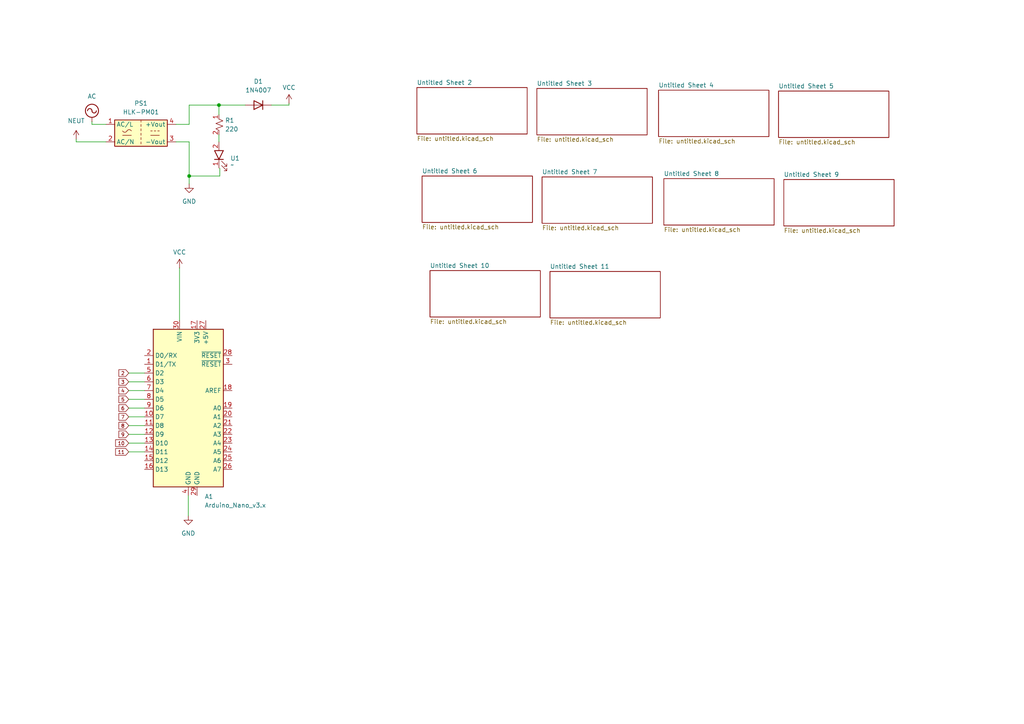
<source format=kicad_sch>
(kicad_sch
	(version 20231120)
	(generator "eeschema")
	(generator_version "8.0")
	(uuid "90789b3b-1a23-4b13-ba57-531218780bbd")
	(paper "A4")
	(title_block
		(title "Arduino PLC Shecmatic diagram")
		(date "2025-03-11")
		(company "Adhar Technologies")
	)
	(lib_symbols
		(symbol "Converter_ACDC:HLK-PM01"
			(exclude_from_sim no)
			(in_bom yes)
			(on_board yes)
			(property "Reference" "PS"
				(at 0 5.08 0)
				(effects
					(font
						(size 1.27 1.27)
					)
				)
			)
			(property "Value" "HLK-PM01"
				(at 0 -5.08 0)
				(effects
					(font
						(size 1.27 1.27)
					)
				)
			)
			(property "Footprint" "Converter_ACDC:Converter_ACDC_Hi-Link_HLK-PMxx"
				(at 0 -7.62 0)
				(effects
					(font
						(size 1.27 1.27)
					)
					(hide yes)
				)
			)
			(property "Datasheet" "https://h.hlktech.com/download/ACDC%E7%94%B5%E6%BA%90%E6%A8%A1%E5%9D%973W%E7%B3%BB%E5%88%97/1/%E6%B5%B7%E5%87%8C%E7%A7%913W%E7%B3%BB%E5%88%97%E7%94%B5%E6%BA%90%E6%A8%A1%E5%9D%97%E8%A7%84%E6%A0%BC%E4%B9%A6V2.8.pdf"
				(at 10.16 -8.89 0)
				(effects
					(font
						(size 1.27 1.27)
					)
					(hide yes)
				)
			)
			(property "Description" "Compact AC/DC board mount power module 3W 5V"
				(at 0 0 0)
				(effects
					(font
						(size 1.27 1.27)
					)
					(hide yes)
				)
			)
			(property "ki_keywords" "AC/DC module power supply"
				(at 0 0 0)
				(effects
					(font
						(size 1.27 1.27)
					)
					(hide yes)
				)
			)
			(property "ki_fp_filters" "Converter*ACDC*Hi?Link*HLK?PM*"
				(at 0 0 0)
				(effects
					(font
						(size 1.27 1.27)
					)
					(hide yes)
				)
			)
			(symbol "HLK-PM01_0_1"
				(rectangle
					(start -7.62 3.81)
					(end 7.62 -3.81)
					(stroke
						(width 0.254)
						(type default)
					)
					(fill
						(type background)
					)
				)
				(arc
					(start -5.334 0.635)
					(mid -4.699 0.2495)
					(end -4.064 0.635)
					(stroke
						(width 0)
						(type default)
					)
					(fill
						(type none)
					)
				)
				(arc
					(start -2.794 0.635)
					(mid -3.429 1.0072)
					(end -4.064 0.635)
					(stroke
						(width 0)
						(type default)
					)
					(fill
						(type none)
					)
				)
				(polyline
					(pts
						(xy -5.334 -0.635) (xy -2.794 -0.635)
					)
					(stroke
						(width 0)
						(type default)
					)
					(fill
						(type none)
					)
				)
				(polyline
					(pts
						(xy 0 -2.54) (xy 0 -3.175)
					)
					(stroke
						(width 0)
						(type default)
					)
					(fill
						(type none)
					)
				)
				(polyline
					(pts
						(xy 0 -1.27) (xy 0 -1.905)
					)
					(stroke
						(width 0)
						(type default)
					)
					(fill
						(type none)
					)
				)
				(polyline
					(pts
						(xy 0 0) (xy 0 -0.635)
					)
					(stroke
						(width 0)
						(type default)
					)
					(fill
						(type none)
					)
				)
				(polyline
					(pts
						(xy 0 1.27) (xy 0 0.635)
					)
					(stroke
						(width 0)
						(type default)
					)
					(fill
						(type none)
					)
				)
				(polyline
					(pts
						(xy 0 2.54) (xy 0 1.905)
					)
					(stroke
						(width 0)
						(type default)
					)
					(fill
						(type none)
					)
				)
				(polyline
					(pts
						(xy 0 3.81) (xy 0 3.175)
					)
					(stroke
						(width 0)
						(type default)
					)
					(fill
						(type none)
					)
				)
				(polyline
					(pts
						(xy 2.794 -0.635) (xy 5.334 -0.635)
					)
					(stroke
						(width 0)
						(type default)
					)
					(fill
						(type none)
					)
				)
				(polyline
					(pts
						(xy 2.794 0.635) (xy 3.302 0.635)
					)
					(stroke
						(width 0)
						(type default)
					)
					(fill
						(type none)
					)
				)
				(polyline
					(pts
						(xy 3.81 0.635) (xy 4.318 0.635)
					)
					(stroke
						(width 0)
						(type default)
					)
					(fill
						(type none)
					)
				)
				(polyline
					(pts
						(xy 4.826 0.635) (xy 5.334 0.635)
					)
					(stroke
						(width 0)
						(type default)
					)
					(fill
						(type none)
					)
				)
			)
			(symbol "HLK-PM01_1_1"
				(pin power_in line
					(at -10.16 2.54 0)
					(length 2.54)
					(name "AC/L"
						(effects
							(font
								(size 1.27 1.27)
							)
						)
					)
					(number "1"
						(effects
							(font
								(size 1.27 1.27)
							)
						)
					)
				)
				(pin power_in line
					(at -10.16 -2.54 0)
					(length 2.54)
					(name "AC/N"
						(effects
							(font
								(size 1.27 1.27)
							)
						)
					)
					(number "2"
						(effects
							(font
								(size 1.27 1.27)
							)
						)
					)
				)
				(pin power_out line
					(at 10.16 -2.54 180)
					(length 2.54)
					(name "-Vout"
						(effects
							(font
								(size 1.27 1.27)
							)
						)
					)
					(number "3"
						(effects
							(font
								(size 1.27 1.27)
							)
						)
					)
				)
				(pin power_out line
					(at 10.16 2.54 180)
					(length 2.54)
					(name "+Vout"
						(effects
							(font
								(size 1.27 1.27)
							)
						)
					)
					(number "4"
						(effects
							(font
								(size 1.27 1.27)
							)
						)
					)
				)
			)
		)
		(symbol "Device:LED_A"
			(exclude_from_sim no)
			(in_bom yes)
			(on_board yes)
			(property "Reference" "U1"
				(at 0 0 0)
				(effects
					(font
						(size 1.27 1.27)
					)
				)
			)
			(property "Value" ""
				(at -1.5875 0.508 0)
				(effects
					(font
						(size 1.27 1.27)
					)
				)
			)
			(property "Footprint" ""
				(at 0 0 0)
				(effects
					(font
						(size 1.27 1.27)
					)
					(hide yes)
				)
			)
			(property "Datasheet" ""
				(at 0 0 0)
				(effects
					(font
						(size 1.27 1.27)
					)
					(hide yes)
				)
			)
			(property "Description" ""
				(at 0 0 0)
				(effects
					(font
						(size 1.27 1.27)
					)
					(hide yes)
				)
			)
			(symbol "LED_A_0_1"
				(polyline
					(pts
						(xy -1.27 -3.81) (xy -1.27 -1.27)
					)
					(stroke
						(width 0.254)
						(type default)
					)
					(fill
						(type none)
					)
				)
				(polyline
					(pts
						(xy 1.27 -3.81) (xy 1.27 -1.27) (xy -1.27 -2.54) (xy 1.27 -3.81)
					)
					(stroke
						(width 0.254)
						(type default)
					)
					(fill
						(type none)
					)
				)
				(polyline
					(pts
						(xy -3.048 -3.302) (xy -4.572 -4.826) (xy -3.81 -4.826) (xy -4.572 -4.826) (xy -4.572 -4.064)
					)
					(stroke
						(width 0)
						(type default)
					)
					(fill
						(type none)
					)
				)
				(polyline
					(pts
						(xy -1.778 -3.302) (xy -3.302 -4.826) (xy -2.54 -4.826) (xy -3.302 -4.826) (xy -3.302 -4.064)
					)
					(stroke
						(width 0)
						(type default)
					)
					(fill
						(type none)
					)
				)
			)
			(symbol "LED_A_1_1"
				(pin passive line
					(at -3.81 -2.54 0)
					(length 2.54)
					(name ""
						(effects
							(font
								(size 1.27 1.27)
							)
						)
					)
					(number "1"
						(effects
							(font
								(size 1.27 1.27)
							)
						)
					)
				)
				(pin passive line
					(at 3.81 -2.54 180)
					(length 2.54)
					(name ""
						(effects
							(font
								(size 1.27 1.27)
							)
						)
					)
					(number "2"
						(effects
							(font
								(size 1.27 1.27)
							)
						)
					)
				)
			)
		)
		(symbol "Device:Resistor_A"
			(exclude_from_sim no)
			(in_bom yes)
			(on_board yes)
			(property "Reference" "R"
				(at 0 0 0)
				(effects
					(font
						(size 1.27 1.27)
					)
				)
			)
			(property "Value" ""
				(at 0 0 0)
				(effects
					(font
						(size 1.27 1.27)
					)
				)
			)
			(property "Footprint" ""
				(at 0 0 0)
				(effects
					(font
						(size 1.27 1.27)
					)
					(hide yes)
				)
			)
			(property "Datasheet" ""
				(at 0 0 0)
				(effects
					(font
						(size 1.27 1.27)
					)
					(hide yes)
				)
			)
			(property "Description" ""
				(at 0 0 0)
				(effects
					(font
						(size 1.27 1.27)
					)
					(hide yes)
				)
			)
			(symbol "Resistor_A_1_1"
				(polyline
					(pts
						(xy -2.286 -2.032) (xy -1.778 -0.889) (xy -1.397 -1.905) (xy -1.016 -2.921) (xy -0.635 -1.905)
					)
					(stroke
						(width 0)
						(type default)
					)
					(fill
						(type none)
					)
				)
				(polyline
					(pts
						(xy -0.635 -1.905) (xy -0.254 -0.889) (xy 0.127 -1.905) (xy 0.508 -2.921) (xy 1.016 -2.032)
					)
					(stroke
						(width 0)
						(type default)
					)
					(fill
						(type none)
					)
				)
				(pin input line
					(at -3.556 -2.032 0)
					(length 1.27)
					(name ""
						(effects
							(font
								(size 1.27 1.27)
							)
						)
					)
					(number "1"
						(effects
							(font
								(size 1.27 1.27)
							)
						)
					)
				)
				(pin output line
					(at 2.286 -2.032 180)
					(length 1.27)
					(name ""
						(effects
							(font
								(size 1.27 1.27)
							)
						)
					)
					(number "2"
						(effects
							(font
								(size 1.27 1.27)
							)
						)
					)
				)
			)
		)
		(symbol "Diode:1N4007"
			(pin_numbers hide)
			(pin_names hide)
			(exclude_from_sim no)
			(in_bom yes)
			(on_board yes)
			(property "Reference" "D"
				(at 0 2.54 0)
				(effects
					(font
						(size 1.27 1.27)
					)
				)
			)
			(property "Value" "1N4007"
				(at 0 -2.54 0)
				(effects
					(font
						(size 1.27 1.27)
					)
				)
			)
			(property "Footprint" "Diode_THT:D_DO-41_SOD81_P10.16mm_Horizontal"
				(at 0 -4.445 0)
				(effects
					(font
						(size 1.27 1.27)
					)
					(hide yes)
				)
			)
			(property "Datasheet" "http://www.vishay.com/docs/88503/1n4001.pdf"
				(at 0 0 0)
				(effects
					(font
						(size 1.27 1.27)
					)
					(hide yes)
				)
			)
			(property "Description" "1000V 1A General Purpose Rectifier Diode, DO-41"
				(at 0 0 0)
				(effects
					(font
						(size 1.27 1.27)
					)
					(hide yes)
				)
			)
			(property "Sim.Device" "D"
				(at 0 0 0)
				(effects
					(font
						(size 1.27 1.27)
					)
					(hide yes)
				)
			)
			(property "Sim.Pins" "1=K 2=A"
				(at 0 0 0)
				(effects
					(font
						(size 1.27 1.27)
					)
					(hide yes)
				)
			)
			(property "ki_keywords" "diode"
				(at 0 0 0)
				(effects
					(font
						(size 1.27 1.27)
					)
					(hide yes)
				)
			)
			(property "ki_fp_filters" "D*DO?41*"
				(at 0 0 0)
				(effects
					(font
						(size 1.27 1.27)
					)
					(hide yes)
				)
			)
			(symbol "1N4007_0_1"
				(polyline
					(pts
						(xy -1.27 1.27) (xy -1.27 -1.27)
					)
					(stroke
						(width 0.254)
						(type default)
					)
					(fill
						(type none)
					)
				)
				(polyline
					(pts
						(xy 1.27 0) (xy -1.27 0)
					)
					(stroke
						(width 0)
						(type default)
					)
					(fill
						(type none)
					)
				)
				(polyline
					(pts
						(xy 1.27 1.27) (xy 1.27 -1.27) (xy -1.27 0) (xy 1.27 1.27)
					)
					(stroke
						(width 0.254)
						(type default)
					)
					(fill
						(type none)
					)
				)
			)
			(symbol "1N4007_1_1"
				(pin passive line
					(at -3.81 0 0)
					(length 2.54)
					(name "K"
						(effects
							(font
								(size 1.27 1.27)
							)
						)
					)
					(number "1"
						(effects
							(font
								(size 1.27 1.27)
							)
						)
					)
				)
				(pin passive line
					(at 3.81 0 180)
					(length 2.54)
					(name "A"
						(effects
							(font
								(size 1.27 1.27)
							)
						)
					)
					(number "2"
						(effects
							(font
								(size 1.27 1.27)
							)
						)
					)
				)
			)
		)
		(symbol "MCU_Module:Arduino_Nano_v3.x"
			(exclude_from_sim no)
			(in_bom yes)
			(on_board yes)
			(property "Reference" "A"
				(at -10.16 23.495 0)
				(effects
					(font
						(size 1.27 1.27)
					)
					(justify left bottom)
				)
			)
			(property "Value" "Arduino_Nano_v3.x"
				(at 5.08 -24.13 0)
				(effects
					(font
						(size 1.27 1.27)
					)
					(justify left top)
				)
			)
			(property "Footprint" "Module:Arduino_Nano"
				(at 0 0 0)
				(effects
					(font
						(size 1.27 1.27)
						(italic yes)
					)
					(hide yes)
				)
			)
			(property "Datasheet" "http://www.mouser.com/pdfdocs/Gravitech_Arduino_Nano3_0.pdf"
				(at 0 0 0)
				(effects
					(font
						(size 1.27 1.27)
					)
					(hide yes)
				)
			)
			(property "Description" "Arduino Nano v3.x"
				(at 0 0 0)
				(effects
					(font
						(size 1.27 1.27)
					)
					(hide yes)
				)
			)
			(property "ki_keywords" "Arduino nano microcontroller module USB"
				(at 0 0 0)
				(effects
					(font
						(size 1.27 1.27)
					)
					(hide yes)
				)
			)
			(property "ki_fp_filters" "Arduino*Nano*"
				(at 0 0 0)
				(effects
					(font
						(size 1.27 1.27)
					)
					(hide yes)
				)
			)
			(symbol "Arduino_Nano_v3.x_0_1"
				(rectangle
					(start -10.16 22.86)
					(end 10.16 -22.86)
					(stroke
						(width 0.254)
						(type default)
					)
					(fill
						(type background)
					)
				)
			)
			(symbol "Arduino_Nano_v3.x_1_1"
				(pin bidirectional line
					(at -12.7 12.7 0)
					(length 2.54)
					(name "D1/TX"
						(effects
							(font
								(size 1.27 1.27)
							)
						)
					)
					(number "1"
						(effects
							(font
								(size 1.27 1.27)
							)
						)
					)
				)
				(pin bidirectional line
					(at -12.7 -2.54 0)
					(length 2.54)
					(name "D7"
						(effects
							(font
								(size 1.27 1.27)
							)
						)
					)
					(number "10"
						(effects
							(font
								(size 1.27 1.27)
							)
						)
					)
				)
				(pin bidirectional line
					(at -12.7 -5.08 0)
					(length 2.54)
					(name "D8"
						(effects
							(font
								(size 1.27 1.27)
							)
						)
					)
					(number "11"
						(effects
							(font
								(size 1.27 1.27)
							)
						)
					)
				)
				(pin bidirectional line
					(at -12.7 -7.62 0)
					(length 2.54)
					(name "D9"
						(effects
							(font
								(size 1.27 1.27)
							)
						)
					)
					(number "12"
						(effects
							(font
								(size 1.27 1.27)
							)
						)
					)
				)
				(pin bidirectional line
					(at -12.7 -10.16 0)
					(length 2.54)
					(name "D10"
						(effects
							(font
								(size 1.27 1.27)
							)
						)
					)
					(number "13"
						(effects
							(font
								(size 1.27 1.27)
							)
						)
					)
				)
				(pin bidirectional line
					(at -12.7 -12.7 0)
					(length 2.54)
					(name "D11"
						(effects
							(font
								(size 1.27 1.27)
							)
						)
					)
					(number "14"
						(effects
							(font
								(size 1.27 1.27)
							)
						)
					)
				)
				(pin bidirectional line
					(at -12.7 -15.24 0)
					(length 2.54)
					(name "D12"
						(effects
							(font
								(size 1.27 1.27)
							)
						)
					)
					(number "15"
						(effects
							(font
								(size 1.27 1.27)
							)
						)
					)
				)
				(pin bidirectional line
					(at -12.7 -17.78 0)
					(length 2.54)
					(name "D13"
						(effects
							(font
								(size 1.27 1.27)
							)
						)
					)
					(number "16"
						(effects
							(font
								(size 1.27 1.27)
							)
						)
					)
				)
				(pin power_out line
					(at 2.54 25.4 270)
					(length 2.54)
					(name "3V3"
						(effects
							(font
								(size 1.27 1.27)
							)
						)
					)
					(number "17"
						(effects
							(font
								(size 1.27 1.27)
							)
						)
					)
				)
				(pin input line
					(at 12.7 5.08 180)
					(length 2.54)
					(name "AREF"
						(effects
							(font
								(size 1.27 1.27)
							)
						)
					)
					(number "18"
						(effects
							(font
								(size 1.27 1.27)
							)
						)
					)
				)
				(pin bidirectional line
					(at 12.7 0 180)
					(length 2.54)
					(name "A0"
						(effects
							(font
								(size 1.27 1.27)
							)
						)
					)
					(number "19"
						(effects
							(font
								(size 1.27 1.27)
							)
						)
					)
				)
				(pin bidirectional line
					(at -12.7 15.24 0)
					(length 2.54)
					(name "D0/RX"
						(effects
							(font
								(size 1.27 1.27)
							)
						)
					)
					(number "2"
						(effects
							(font
								(size 1.27 1.27)
							)
						)
					)
				)
				(pin bidirectional line
					(at 12.7 -2.54 180)
					(length 2.54)
					(name "A1"
						(effects
							(font
								(size 1.27 1.27)
							)
						)
					)
					(number "20"
						(effects
							(font
								(size 1.27 1.27)
							)
						)
					)
				)
				(pin bidirectional line
					(at 12.7 -5.08 180)
					(length 2.54)
					(name "A2"
						(effects
							(font
								(size 1.27 1.27)
							)
						)
					)
					(number "21"
						(effects
							(font
								(size 1.27 1.27)
							)
						)
					)
				)
				(pin bidirectional line
					(at 12.7 -7.62 180)
					(length 2.54)
					(name "A3"
						(effects
							(font
								(size 1.27 1.27)
							)
						)
					)
					(number "22"
						(effects
							(font
								(size 1.27 1.27)
							)
						)
					)
				)
				(pin bidirectional line
					(at 12.7 -10.16 180)
					(length 2.54)
					(name "A4"
						(effects
							(font
								(size 1.27 1.27)
							)
						)
					)
					(number "23"
						(effects
							(font
								(size 1.27 1.27)
							)
						)
					)
				)
				(pin bidirectional line
					(at 12.7 -12.7 180)
					(length 2.54)
					(name "A5"
						(effects
							(font
								(size 1.27 1.27)
							)
						)
					)
					(number "24"
						(effects
							(font
								(size 1.27 1.27)
							)
						)
					)
				)
				(pin bidirectional line
					(at 12.7 -15.24 180)
					(length 2.54)
					(name "A6"
						(effects
							(font
								(size 1.27 1.27)
							)
						)
					)
					(number "25"
						(effects
							(font
								(size 1.27 1.27)
							)
						)
					)
				)
				(pin bidirectional line
					(at 12.7 -17.78 180)
					(length 2.54)
					(name "A7"
						(effects
							(font
								(size 1.27 1.27)
							)
						)
					)
					(number "26"
						(effects
							(font
								(size 1.27 1.27)
							)
						)
					)
				)
				(pin power_out line
					(at 5.08 25.4 270)
					(length 2.54)
					(name "+5V"
						(effects
							(font
								(size 1.27 1.27)
							)
						)
					)
					(number "27"
						(effects
							(font
								(size 1.27 1.27)
							)
						)
					)
				)
				(pin input line
					(at 12.7 15.24 180)
					(length 2.54)
					(name "~{RESET}"
						(effects
							(font
								(size 1.27 1.27)
							)
						)
					)
					(number "28"
						(effects
							(font
								(size 1.27 1.27)
							)
						)
					)
				)
				(pin power_in line
					(at 2.54 -25.4 90)
					(length 2.54)
					(name "GND"
						(effects
							(font
								(size 1.27 1.27)
							)
						)
					)
					(number "29"
						(effects
							(font
								(size 1.27 1.27)
							)
						)
					)
				)
				(pin input line
					(at 12.7 12.7 180)
					(length 2.54)
					(name "~{RESET}"
						(effects
							(font
								(size 1.27 1.27)
							)
						)
					)
					(number "3"
						(effects
							(font
								(size 1.27 1.27)
							)
						)
					)
				)
				(pin power_in line
					(at -2.54 25.4 270)
					(length 2.54)
					(name "VIN"
						(effects
							(font
								(size 1.27 1.27)
							)
						)
					)
					(number "30"
						(effects
							(font
								(size 1.27 1.27)
							)
						)
					)
				)
				(pin power_in line
					(at 0 -25.4 90)
					(length 2.54)
					(name "GND"
						(effects
							(font
								(size 1.27 1.27)
							)
						)
					)
					(number "4"
						(effects
							(font
								(size 1.27 1.27)
							)
						)
					)
				)
				(pin bidirectional line
					(at -12.7 10.16 0)
					(length 2.54)
					(name "D2"
						(effects
							(font
								(size 1.27 1.27)
							)
						)
					)
					(number "5"
						(effects
							(font
								(size 1.27 1.27)
							)
						)
					)
				)
				(pin bidirectional line
					(at -12.7 7.62 0)
					(length 2.54)
					(name "D3"
						(effects
							(font
								(size 1.27 1.27)
							)
						)
					)
					(number "6"
						(effects
							(font
								(size 1.27 1.27)
							)
						)
					)
				)
				(pin bidirectional line
					(at -12.7 5.08 0)
					(length 2.54)
					(name "D4"
						(effects
							(font
								(size 1.27 1.27)
							)
						)
					)
					(number "7"
						(effects
							(font
								(size 1.27 1.27)
							)
						)
					)
				)
				(pin bidirectional line
					(at -12.7 2.54 0)
					(length 2.54)
					(name "D5"
						(effects
							(font
								(size 1.27 1.27)
							)
						)
					)
					(number "8"
						(effects
							(font
								(size 1.27 1.27)
							)
						)
					)
				)
				(pin bidirectional line
					(at -12.7 0 0)
					(length 2.54)
					(name "D6"
						(effects
							(font
								(size 1.27 1.27)
							)
						)
					)
					(number "9"
						(effects
							(font
								(size 1.27 1.27)
							)
						)
					)
				)
			)
		)
		(symbol "power:AC"
			(power)
			(pin_numbers hide)
			(pin_names
				(offset 0) hide)
			(exclude_from_sim no)
			(in_bom yes)
			(on_board yes)
			(property "Reference" "#PWR"
				(at 0 -2.54 0)
				(effects
					(font
						(size 1.27 1.27)
					)
					(hide yes)
				)
			)
			(property "Value" "AC"
				(at 0 6.35 0)
				(effects
					(font
						(size 1.27 1.27)
					)
				)
			)
			(property "Footprint" ""
				(at 0 0 0)
				(effects
					(font
						(size 1.27 1.27)
					)
					(hide yes)
				)
			)
			(property "Datasheet" ""
				(at 0 0 0)
				(effects
					(font
						(size 1.27 1.27)
					)
					(hide yes)
				)
			)
			(property "Description" "Power symbol creates a global label with name \"AC\""
				(at 0 0 0)
				(effects
					(font
						(size 1.27 1.27)
					)
					(hide yes)
				)
			)
			(property "ki_keywords" "global power"
				(at 0 0 0)
				(effects
					(font
						(size 1.27 1.27)
					)
					(hide yes)
				)
			)
			(symbol "AC_0_1"
				(polyline
					(pts
						(xy 0 0) (xy 0 1.27)
					)
					(stroke
						(width 0)
						(type default)
					)
					(fill
						(type none)
					)
				)
				(arc
					(start 0 3.175)
					(mid -0.635 3.8073)
					(end -1.27 3.175)
					(stroke
						(width 0.254)
						(type default)
					)
					(fill
						(type none)
					)
				)
				(arc
					(start 0 3.175)
					(mid 0.635 2.5427)
					(end 1.27 3.175)
					(stroke
						(width 0.254)
						(type default)
					)
					(fill
						(type none)
					)
				)
				(circle
					(center 0 3.175)
					(radius 1.905)
					(stroke
						(width 0.254)
						(type default)
					)
					(fill
						(type none)
					)
				)
			)
			(symbol "AC_1_1"
				(pin power_in line
					(at 0 0 90)
					(length 0)
					(name "~"
						(effects
							(font
								(size 1.27 1.27)
							)
						)
					)
					(number "1"
						(effects
							(font
								(size 1.27 1.27)
							)
						)
					)
				)
			)
		)
		(symbol "power:GND"
			(power)
			(pin_numbers hide)
			(pin_names
				(offset 0) hide)
			(exclude_from_sim no)
			(in_bom yes)
			(on_board yes)
			(property "Reference" "#PWR"
				(at 0 -6.35 0)
				(effects
					(font
						(size 1.27 1.27)
					)
					(hide yes)
				)
			)
			(property "Value" "GND"
				(at 0 -3.81 0)
				(effects
					(font
						(size 1.27 1.27)
					)
				)
			)
			(property "Footprint" ""
				(at 0 0 0)
				(effects
					(font
						(size 1.27 1.27)
					)
					(hide yes)
				)
			)
			(property "Datasheet" ""
				(at 0 0 0)
				(effects
					(font
						(size 1.27 1.27)
					)
					(hide yes)
				)
			)
			(property "Description" "Power symbol creates a global label with name \"GND\" , ground"
				(at 0 0 0)
				(effects
					(font
						(size 1.27 1.27)
					)
					(hide yes)
				)
			)
			(property "ki_keywords" "global power"
				(at 0 0 0)
				(effects
					(font
						(size 1.27 1.27)
					)
					(hide yes)
				)
			)
			(symbol "GND_0_1"
				(polyline
					(pts
						(xy 0 0) (xy 0 -1.27) (xy 1.27 -1.27) (xy 0 -2.54) (xy -1.27 -1.27) (xy 0 -1.27)
					)
					(stroke
						(width 0)
						(type default)
					)
					(fill
						(type none)
					)
				)
			)
			(symbol "GND_1_1"
				(pin power_in line
					(at 0 0 270)
					(length 0)
					(name "~"
						(effects
							(font
								(size 1.27 1.27)
							)
						)
					)
					(number "1"
						(effects
							(font
								(size 1.27 1.27)
							)
						)
					)
				)
			)
		)
		(symbol "power:NEUT"
			(power)
			(pin_numbers hide)
			(pin_names
				(offset 0) hide)
			(exclude_from_sim no)
			(in_bom yes)
			(on_board yes)
			(property "Reference" "#PWR"
				(at 0 -3.81 0)
				(effects
					(font
						(size 1.27 1.27)
					)
					(hide yes)
				)
			)
			(property "Value" "NEUT"
				(at 0 3.556 0)
				(effects
					(font
						(size 1.27 1.27)
					)
				)
			)
			(property "Footprint" ""
				(at 0 0 0)
				(effects
					(font
						(size 1.27 1.27)
					)
					(hide yes)
				)
			)
			(property "Datasheet" ""
				(at 0 0 0)
				(effects
					(font
						(size 1.27 1.27)
					)
					(hide yes)
				)
			)
			(property "Description" "Power symbol creates a global label with name \"NEUT\""
				(at 0 0 0)
				(effects
					(font
						(size 1.27 1.27)
					)
					(hide yes)
				)
			)
			(property "ki_keywords" "global power"
				(at 0 0 0)
				(effects
					(font
						(size 1.27 1.27)
					)
					(hide yes)
				)
			)
			(symbol "NEUT_0_1"
				(polyline
					(pts
						(xy -0.762 1.27) (xy 0 2.54)
					)
					(stroke
						(width 0)
						(type default)
					)
					(fill
						(type none)
					)
				)
				(polyline
					(pts
						(xy 0 0) (xy 0 2.54)
					)
					(stroke
						(width 0)
						(type default)
					)
					(fill
						(type none)
					)
				)
				(polyline
					(pts
						(xy 0 2.54) (xy 0.762 1.27)
					)
					(stroke
						(width 0)
						(type default)
					)
					(fill
						(type none)
					)
				)
			)
			(symbol "NEUT_1_1"
				(pin power_in line
					(at 0 0 90)
					(length 0)
					(name "~"
						(effects
							(font
								(size 1.27 1.27)
							)
						)
					)
					(number "1"
						(effects
							(font
								(size 1.27 1.27)
							)
						)
					)
				)
			)
		)
		(symbol "power:VCC"
			(power)
			(pin_numbers hide)
			(pin_names
				(offset 0) hide)
			(exclude_from_sim no)
			(in_bom yes)
			(on_board yes)
			(property "Reference" "#PWR"
				(at 0 -3.81 0)
				(effects
					(font
						(size 1.27 1.27)
					)
					(hide yes)
				)
			)
			(property "Value" "VCC"
				(at 0 3.556 0)
				(effects
					(font
						(size 1.27 1.27)
					)
				)
			)
			(property "Footprint" ""
				(at 0 0 0)
				(effects
					(font
						(size 1.27 1.27)
					)
					(hide yes)
				)
			)
			(property "Datasheet" ""
				(at 0 0 0)
				(effects
					(font
						(size 1.27 1.27)
					)
					(hide yes)
				)
			)
			(property "Description" "Power symbol creates a global label with name \"VCC\""
				(at 0 0 0)
				(effects
					(font
						(size 1.27 1.27)
					)
					(hide yes)
				)
			)
			(property "ki_keywords" "global power"
				(at 0 0 0)
				(effects
					(font
						(size 1.27 1.27)
					)
					(hide yes)
				)
			)
			(symbol "VCC_0_1"
				(polyline
					(pts
						(xy -0.762 1.27) (xy 0 2.54)
					)
					(stroke
						(width 0)
						(type default)
					)
					(fill
						(type none)
					)
				)
				(polyline
					(pts
						(xy 0 0) (xy 0 2.54)
					)
					(stroke
						(width 0)
						(type default)
					)
					(fill
						(type none)
					)
				)
				(polyline
					(pts
						(xy 0 2.54) (xy 0.762 1.27)
					)
					(stroke
						(width 0)
						(type default)
					)
					(fill
						(type none)
					)
				)
			)
			(symbol "VCC_1_1"
				(pin power_in line
					(at 0 0 90)
					(length 0)
					(name "~"
						(effects
							(font
								(size 1.27 1.27)
							)
						)
					)
					(number "1"
						(effects
							(font
								(size 1.27 1.27)
							)
						)
					)
				)
			)
		)
	)
	(junction
		(at 63.5 30.48)
		(diameter 0)
		(color 0 0 0 0)
		(uuid "6484a0ec-4be8-49de-8e85-7c6c248c0f43")
	)
	(junction
		(at 54.864 51.054)
		(diameter 0)
		(color 0 0 0 0)
		(uuid "80f2a282-8ea0-4a3c-95c7-de0b061ae057")
	)
	(wire
		(pts
			(xy 37.338 128.524) (xy 41.91 128.524)
		)
		(stroke
			(width 0)
			(type default)
		)
		(uuid "03479559-abd7-42fb-a104-2690107aa39f")
	)
	(wire
		(pts
			(xy 52.07 77.724) (xy 52.07 92.964)
		)
		(stroke
			(width 0)
			(type default)
		)
		(uuid "07fd5c06-da2a-4efe-9e29-6f39c419c032")
	)
	(wire
		(pts
			(xy 63.5 30.48) (xy 71.12 30.48)
		)
		(stroke
			(width 0)
			(type default)
		)
		(uuid "0a20a1a7-6910-4e59-af96-42d69a180f80")
	)
	(wire
		(pts
			(xy 37.338 120.904) (xy 41.91 120.904)
		)
		(stroke
			(width 0)
			(type default)
		)
		(uuid "0bb062e1-0cfc-45d4-959e-7dd18c8a5fcf")
	)
	(wire
		(pts
			(xy 54.864 30.48) (xy 54.864 36.068)
		)
		(stroke
			(width 0)
			(type default)
		)
		(uuid "0c8c6e16-67ec-4ea5-81be-f3a499736af6")
	)
	(wire
		(pts
			(xy 63.5 39.116) (xy 63.5 41.148)
		)
		(stroke
			(width 0)
			(type default)
		)
		(uuid "1b3f02b6-4e08-4bd3-9dfc-eb34eb86747c")
	)
	(wire
		(pts
			(xy 83.82 30.48) (xy 78.74 30.48)
		)
		(stroke
			(width 0)
			(type default)
		)
		(uuid "322cb635-e20d-44d8-be40-74723d792d0d")
	)
	(wire
		(pts
			(xy 54.864 53.34) (xy 54.864 51.054)
		)
		(stroke
			(width 0)
			(type default)
		)
		(uuid "342022e2-1916-4e36-9814-36e9bd8aadbc")
	)
	(wire
		(pts
			(xy 37.338 115.824) (xy 41.91 115.824)
		)
		(stroke
			(width 0)
			(type default)
		)
		(uuid "40c6531a-0a12-467f-9a73-52f35aacc872")
	)
	(wire
		(pts
			(xy 63.5 30.48) (xy 54.864 30.48)
		)
		(stroke
			(width 0)
			(type default)
		)
		(uuid "4108744a-9d09-403a-b4e2-e3a99583b16b")
	)
	(wire
		(pts
			(xy 37.338 123.444) (xy 41.91 123.444)
		)
		(stroke
			(width 0)
			(type default)
		)
		(uuid "45c70237-b1f7-4bbf-8f8e-f26517bf3e88")
	)
	(wire
		(pts
			(xy 22.098 40.386) (xy 22.098 41.148)
		)
		(stroke
			(width 0)
			(type default)
		)
		(uuid "4b60c83c-d6fb-4f56-bfbb-d61697bf4972")
	)
	(wire
		(pts
			(xy 54.864 41.148) (xy 54.864 51.054)
		)
		(stroke
			(width 0)
			(type default)
		)
		(uuid "57d1894f-d2c4-4948-9e04-d87bce97a230")
	)
	(wire
		(pts
			(xy 26.67 36.068) (xy 30.734 36.068)
		)
		(stroke
			(width 0)
			(type default)
		)
		(uuid "5b37f062-4098-4322-8cd7-717550fa25a0")
	)
	(wire
		(pts
			(xy 54.61 143.764) (xy 54.61 149.606)
		)
		(stroke
			(width 0)
			(type default)
		)
		(uuid "66eee15b-eeab-44ab-b7e2-aecf3927d290")
	)
	(wire
		(pts
			(xy 37.338 113.284) (xy 41.91 113.284)
		)
		(stroke
			(width 0)
			(type default)
		)
		(uuid "6c088265-b7cf-48e8-81b3-2e4cb5befd7b")
	)
	(wire
		(pts
			(xy 63.754 51.054) (xy 63.754 48.768)
		)
		(stroke
			(width 0)
			(type default)
		)
		(uuid "755a49c9-d06a-4041-bb24-913289d519c7")
	)
	(wire
		(pts
			(xy 63.5 33.274) (xy 63.5 30.48)
		)
		(stroke
			(width 0)
			(type default)
		)
		(uuid "7ab7a622-d25c-43cf-9865-d19a60a1a439")
	)
	(wire
		(pts
			(xy 54.864 36.068) (xy 51.054 36.068)
		)
		(stroke
			(width 0)
			(type default)
		)
		(uuid "7cc5208a-87c4-46c9-9fbe-2ada093b1124")
	)
	(wire
		(pts
			(xy 37.338 108.204) (xy 41.91 108.204)
		)
		(stroke
			(width 0)
			(type default)
		)
		(uuid "7d68071e-0302-4490-859a-76b1b87b4c7e")
	)
	(wire
		(pts
			(xy 51.054 41.148) (xy 54.864 41.148)
		)
		(stroke
			(width 0)
			(type default)
		)
		(uuid "7f1e01cf-587d-43e5-8bfd-1bdcbfebb0ed")
	)
	(wire
		(pts
			(xy 37.338 110.744) (xy 41.91 110.744)
		)
		(stroke
			(width 0)
			(type default)
		)
		(uuid "9167c6ae-a267-449d-85e7-7ba4153fe8e9")
	)
	(wire
		(pts
			(xy 54.864 51.054) (xy 63.754 51.054)
		)
		(stroke
			(width 0)
			(type default)
		)
		(uuid "9c21b5af-5cba-4d7c-b91f-a92690bc1bc0")
	)
	(wire
		(pts
			(xy 37.338 118.364) (xy 41.91 118.364)
		)
		(stroke
			(width 0)
			(type default)
		)
		(uuid "aca71e95-9f9c-470b-a549-5ab1297f953e")
	)
	(wire
		(pts
			(xy 37.338 131.064) (xy 41.91 131.064)
		)
		(stroke
			(width 0)
			(type default)
		)
		(uuid "afbed5a1-ed97-4c72-a07e-135263bbd2d4")
	)
	(wire
		(pts
			(xy 83.82 29.972) (xy 83.82 30.48)
		)
		(stroke
			(width 0)
			(type default)
		)
		(uuid "b9655c45-354e-47f4-91e1-12b4345017cc")
	)
	(wire
		(pts
			(xy 26.67 35.306) (xy 26.67 36.068)
		)
		(stroke
			(width 0)
			(type default)
		)
		(uuid "e2d84aaf-37ab-4036-8491-586a8937d4eb")
	)
	(wire
		(pts
			(xy 22.098 41.148) (xy 30.734 41.148)
		)
		(stroke
			(width 0)
			(type default)
		)
		(uuid "eaa6f7e1-2683-4cf2-916e-30b5b0d7d0e9")
	)
	(wire
		(pts
			(xy 37.338 125.984) (xy 41.91 125.984)
		)
		(stroke
			(width 0)
			(type default)
		)
		(uuid "f0ba9076-f2ec-4359-a8be-2bf10fa771b5")
	)
	(global_label "9"
		(shape input)
		(at 37.338 125.984 180)
		(fields_autoplaced yes)
		(effects
			(font
				(size 1 1)
			)
			(justify right)
		)
		(uuid "51b41358-ba3a-4e5b-b9be-80f9977753ad")
		(property "Intersheetrefs" "${INTERSHEET_REFS}"
			(at 34.0353 125.984 0)
			(effects
				(font
					(size 1.27 1.27)
				)
				(justify right)
				(hide yes)
			)
		)
	)
	(global_label "5"
		(shape input)
		(at 37.338 115.824 180)
		(fields_autoplaced yes)
		(effects
			(font
				(size 1 1)
			)
			(justify right)
		)
		(uuid "6a61f99d-95e8-4d9e-9f2a-bbb3540a431a")
		(property "Intersheetrefs" "${INTERSHEET_REFS}"
			(at 34.0353 115.824 0)
			(effects
				(font
					(size 1.27 1.27)
				)
				(justify right)
				(hide yes)
			)
		)
	)
	(global_label "2"
		(shape input)
		(at 37.338 108.204 180)
		(fields_autoplaced yes)
		(effects
			(font
				(size 1 1)
			)
			(justify right)
		)
		(uuid "7a9594bb-1d62-4a07-9d0a-de10b4dd1e35")
		(property "Intersheetrefs" "${INTERSHEET_REFS}"
			(at 34.0353 108.204 0)
			(effects
				(font
					(size 1.27 1.27)
				)
				(justify right)
				(hide yes)
			)
		)
	)
	(global_label "10"
		(shape input)
		(at 37.338 128.524 180)
		(fields_autoplaced yes)
		(effects
			(font
				(size 1 1)
			)
			(justify right)
		)
		(uuid "911de168-5e33-461c-9b1a-36cc28edf570")
		(property "Intersheetrefs" "${INTERSHEET_REFS}"
			(at 33.0829 128.524 0)
			(effects
				(font
					(size 1.27 1.27)
				)
				(justify right)
				(hide yes)
			)
		)
	)
	(global_label "11"
		(shape input)
		(at 37.338 131.064 180)
		(fields_autoplaced yes)
		(effects
			(font
				(size 1 1)
			)
			(justify right)
		)
		(uuid "92af4631-3712-4074-a197-8003ead3c318")
		(property "Intersheetrefs" "${INTERSHEET_REFS}"
			(at 33.0829 131.064 0)
			(effects
				(font
					(size 1.27 1.27)
				)
				(justify right)
				(hide yes)
			)
		)
	)
	(global_label "8"
		(shape input)
		(at 37.338 123.444 180)
		(fields_autoplaced yes)
		(effects
			(font
				(size 1 1)
			)
			(justify right)
		)
		(uuid "ad8f6042-763f-41e0-b35a-0d693c4971a1")
		(property "Intersheetrefs" "${INTERSHEET_REFS}"
			(at 34.0353 123.444 0)
			(effects
				(font
					(size 1.27 1.27)
				)
				(justify right)
				(hide yes)
			)
		)
	)
	(global_label "3"
		(shape input)
		(at 37.338 110.744 180)
		(fields_autoplaced yes)
		(effects
			(font
				(size 1 1)
			)
			(justify right)
		)
		(uuid "b523183f-c8a4-45b6-9560-24f634096957")
		(property "Intersheetrefs" "${INTERSHEET_REFS}"
			(at 34.0353 110.744 0)
			(effects
				(font
					(size 1.27 1.27)
				)
				(justify right)
				(hide yes)
			)
		)
	)
	(global_label "7"
		(shape input)
		(at 37.338 120.904 180)
		(fields_autoplaced yes)
		(effects
			(font
				(size 1 1)
			)
			(justify right)
		)
		(uuid "ef85a058-31de-4037-82ad-c8fba77f7849")
		(property "Intersheetrefs" "${INTERSHEET_REFS}"
			(at 34.0353 120.904 0)
			(effects
				(font
					(size 1.27 1.27)
				)
				(justify right)
				(hide yes)
			)
		)
	)
	(global_label "6"
		(shape input)
		(at 37.338 118.364 180)
		(fields_autoplaced yes)
		(effects
			(font
				(size 1 1)
			)
			(justify right)
		)
		(uuid "f0c8be37-f5a1-48d9-845e-022c33d8fe13")
		(property "Intersheetrefs" "${INTERSHEET_REFS}"
			(at 34.0353 118.364 0)
			(effects
				(font
					(size 1.27 1.27)
				)
				(justify right)
				(hide yes)
			)
		)
	)
	(global_label "4"
		(shape input)
		(at 37.338 113.284 180)
		(fields_autoplaced yes)
		(effects
			(font
				(size 1 1)
			)
			(justify right)
		)
		(uuid "f9ffdb4d-bde5-4b31-990d-2027e4ffd8a4")
		(property "Intersheetrefs" "${INTERSHEET_REFS}"
			(at 34.0353 113.284 0)
			(effects
				(font
					(size 1.27 1.27)
				)
				(justify right)
				(hide yes)
			)
		)
	)
	(symbol
		(lib_id "Device:LED_A")
		(at 60.96 44.958 90)
		(unit 1)
		(exclude_from_sim no)
		(in_bom yes)
		(on_board yes)
		(dnp no)
		(fields_autoplaced yes)
		(uuid "22789e6d-3a8f-42c2-a653-e9461f6dfe46")
		(property "Reference" "U1"
			(at 66.802 45.9104 90)
			(effects
				(font
					(size 1.27 1.27)
				)
				(justify right)
			)
		)
		(property "Value" "~"
			(at 66.802 47.8155 90)
			(effects
				(font
					(size 1.27 1.27)
				)
				(justify right)
			)
		)
		(property "Footprint" "LED_SMD:LED_A"
			(at 60.96 44.958 0)
			(effects
				(font
					(size 1.27 1.27)
				)
				(hide yes)
			)
		)
		(property "Datasheet" ""
			(at 60.96 44.958 0)
			(effects
				(font
					(size 1.27 1.27)
				)
				(hide yes)
			)
		)
		(property "Description" ""
			(at 60.96 44.958 0)
			(effects
				(font
					(size 1.27 1.27)
				)
				(hide yes)
			)
		)
		(pin "2"
			(uuid "8e315082-3210-44aa-8ea5-9acf1354f58d")
		)
		(pin "1"
			(uuid "b392b1ba-92ab-4918-8d0b-25dbe3c7016b")
		)
		(instances
			(project ""
				(path "/90789b3b-1a23-4b13-ba57-531218780bbd"
					(reference "U1")
					(unit 1)
				)
			)
		)
	)
	(symbol
		(lib_id "power:GND")
		(at 54.864 53.34 0)
		(unit 1)
		(exclude_from_sim no)
		(in_bom yes)
		(on_board yes)
		(dnp no)
		(fields_autoplaced yes)
		(uuid "4174c3a4-2f1e-4fee-9c69-a79c66852db5")
		(property "Reference" "#PWR03"
			(at 54.864 59.69 0)
			(effects
				(font
					(size 1.27 1.27)
				)
				(hide yes)
			)
		)
		(property "Value" "GND"
			(at 54.864 58.42 0)
			(effects
				(font
					(size 1.27 1.27)
				)
			)
		)
		(property "Footprint" ""
			(at 54.864 53.34 0)
			(effects
				(font
					(size 1.27 1.27)
				)
				(hide yes)
			)
		)
		(property "Datasheet" ""
			(at 54.864 53.34 0)
			(effects
				(font
					(size 1.27 1.27)
				)
				(hide yes)
			)
		)
		(property "Description" "Power symbol creates a global label with name \"GND\" , ground"
			(at 54.864 53.34 0)
			(effects
				(font
					(size 1.27 1.27)
				)
				(hide yes)
			)
		)
		(pin "1"
			(uuid "cd6d0d3e-fb8b-4b05-bf29-94963c295bec")
		)
		(instances
			(project ""
				(path "/90789b3b-1a23-4b13-ba57-531218780bbd"
					(reference "#PWR03")
					(unit 1)
				)
			)
		)
	)
	(symbol
		(lib_id "power:VCC")
		(at 83.82 29.972 0)
		(unit 1)
		(exclude_from_sim no)
		(in_bom yes)
		(on_board yes)
		(dnp no)
		(fields_autoplaced yes)
		(uuid "455b7052-88eb-430f-988e-cb9e0ffcb4a0")
		(property "Reference" "#PWR04"
			(at 83.82 33.782 0)
			(effects
				(font
					(size 1.27 1.27)
				)
				(hide yes)
			)
		)
		(property "Value" "VCC"
			(at 83.82 25.4 0)
			(effects
				(font
					(size 1.27 1.27)
				)
			)
		)
		(property "Footprint" ""
			(at 83.82 29.972 0)
			(effects
				(font
					(size 1.27 1.27)
				)
				(hide yes)
			)
		)
		(property "Datasheet" ""
			(at 83.82 29.972 0)
			(effects
				(font
					(size 1.27 1.27)
				)
				(hide yes)
			)
		)
		(property "Description" "Power symbol creates a global label with name \"VCC\""
			(at 83.82 29.972 0)
			(effects
				(font
					(size 1.27 1.27)
				)
				(hide yes)
			)
		)
		(pin "1"
			(uuid "7ffaf437-f2b8-4a0b-bac0-180c88b62b33")
		)
		(instances
			(project ""
				(path "/90789b3b-1a23-4b13-ba57-531218780bbd"
					(reference "#PWR04")
					(unit 1)
				)
			)
		)
	)
	(symbol
		(lib_id "Diode:1N4007")
		(at 74.93 30.48 180)
		(unit 1)
		(exclude_from_sim no)
		(in_bom yes)
		(on_board yes)
		(dnp no)
		(fields_autoplaced yes)
		(uuid "5238ed36-97ac-4e42-a85f-d2a41408bfb3")
		(property "Reference" "D1"
			(at 74.93 23.622 0)
			(effects
				(font
					(size 1.27 1.27)
				)
			)
		)
		(property "Value" "1N4007"
			(at 74.93 26.162 0)
			(effects
				(font
					(size 1.27 1.27)
				)
			)
		)
		(property "Footprint" "Diode_THT:D_DO-41_SOD81_P10.16mm_Horizontal"
			(at 74.93 26.035 0)
			(effects
				(font
					(size 1.27 1.27)
				)
				(hide yes)
			)
		)
		(property "Datasheet" "http://www.vishay.com/docs/88503/1n4001.pdf"
			(at 74.93 30.48 0)
			(effects
				(font
					(size 1.27 1.27)
				)
				(hide yes)
			)
		)
		(property "Description" "1000V 1A General Purpose Rectifier Diode, DO-41"
			(at 74.93 30.48 0)
			(effects
				(font
					(size 1.27 1.27)
				)
				(hide yes)
			)
		)
		(property "Sim.Device" "D"
			(at 74.93 30.48 0)
			(effects
				(font
					(size 1.27 1.27)
				)
				(hide yes)
			)
		)
		(property "Sim.Pins" "1=K 2=A"
			(at 74.93 30.48 0)
			(effects
				(font
					(size 1.27 1.27)
				)
				(hide yes)
			)
		)
		(pin "1"
			(uuid "511b1bfb-844d-4a5d-8af5-6c94e911d4fd")
		)
		(pin "2"
			(uuid "2e9c24c8-27c3-40df-b865-d38f16bc1318")
		)
		(instances
			(project ""
				(path "/90789b3b-1a23-4b13-ba57-531218780bbd"
					(reference "D1")
					(unit 1)
				)
			)
		)
	)
	(symbol
		(lib_id "power:VCC")
		(at 52.07 77.724 0)
		(unit 1)
		(exclude_from_sim no)
		(in_bom yes)
		(on_board yes)
		(dnp no)
		(fields_autoplaced yes)
		(uuid "5b2e87ad-659d-48e0-a4c0-ab200e2c337f")
		(property "Reference" "#PWR05"
			(at 52.07 81.534 0)
			(effects
				(font
					(size 1.27 1.27)
				)
				(hide yes)
			)
		)
		(property "Value" "VCC"
			(at 52.07 73.152 0)
			(effects
				(font
					(size 1.27 1.27)
				)
			)
		)
		(property "Footprint" ""
			(at 52.07 77.724 0)
			(effects
				(font
					(size 1.27 1.27)
				)
				(hide yes)
			)
		)
		(property "Datasheet" ""
			(at 52.07 77.724 0)
			(effects
				(font
					(size 1.27 1.27)
				)
				(hide yes)
			)
		)
		(property "Description" "Power symbol creates a global label with name \"VCC\""
			(at 52.07 77.724 0)
			(effects
				(font
					(size 1.27 1.27)
				)
				(hide yes)
			)
		)
		(pin "1"
			(uuid "25a61374-1ab7-4440-b932-dc384d10203e")
		)
		(instances
			(project "arduino_plc"
				(path "/90789b3b-1a23-4b13-ba57-531218780bbd"
					(reference "#PWR05")
					(unit 1)
				)
			)
		)
	)
	(symbol
		(lib_id "power:AC")
		(at 26.67 35.306 0)
		(unit 1)
		(exclude_from_sim no)
		(in_bom yes)
		(on_board yes)
		(dnp no)
		(fields_autoplaced yes)
		(uuid "704df6b4-02eb-4f92-8876-add530c627f3")
		(property "Reference" "#PWR01"
			(at 26.67 37.846 0)
			(effects
				(font
					(size 1.27 1.27)
				)
				(hide yes)
			)
		)
		(property "Value" "AC"
			(at 26.67 27.94 0)
			(effects
				(font
					(size 1.27 1.27)
				)
			)
		)
		(property "Footprint" ""
			(at 26.67 35.306 0)
			(effects
				(font
					(size 1.27 1.27)
				)
				(hide yes)
			)
		)
		(property "Datasheet" ""
			(at 26.67 35.306 0)
			(effects
				(font
					(size 1.27 1.27)
				)
				(hide yes)
			)
		)
		(property "Description" "Power symbol creates a global label with name \"AC\""
			(at 26.67 35.306 0)
			(effects
				(font
					(size 1.27 1.27)
				)
				(hide yes)
			)
		)
		(pin "1"
			(uuid "837e1f1f-31b4-4e5c-8ca3-adee2d8e19da")
		)
		(instances
			(project ""
				(path "/90789b3b-1a23-4b13-ba57-531218780bbd"
					(reference "#PWR01")
					(unit 1)
				)
			)
		)
	)
	(symbol
		(lib_id "MCU_Module:Arduino_Nano_v3.x")
		(at 54.61 118.364 0)
		(unit 1)
		(exclude_from_sim no)
		(in_bom yes)
		(on_board yes)
		(dnp no)
		(fields_autoplaced yes)
		(uuid "91e9eced-dded-4c4c-9561-a3a041a67040")
		(property "Reference" "A1"
			(at 59.3441 144.018 0)
			(effects
				(font
					(size 1.27 1.27)
				)
				(justify left)
			)
		)
		(property "Value" "Arduino_Nano_v3.x"
			(at 59.3441 146.558 0)
			(effects
				(font
					(size 1.27 1.27)
				)
				(justify left)
			)
		)
		(property "Footprint" "Module:Arduino_Nano"
			(at 54.61 118.364 0)
			(effects
				(font
					(size 1.27 1.27)
					(italic yes)
				)
				(hide yes)
			)
		)
		(property "Datasheet" "http://www.mouser.com/pdfdocs/Gravitech_Arduino_Nano3_0.pdf"
			(at 54.61 118.364 0)
			(effects
				(font
					(size 1.27 1.27)
				)
				(hide yes)
			)
		)
		(property "Description" "Arduino Nano v3.x"
			(at 54.61 118.364 0)
			(effects
				(font
					(size 1.27 1.27)
				)
				(hide yes)
			)
		)
		(pin "24"
			(uuid "f75fedd4-c6a1-4328-be52-2a0cabac3de5")
		)
		(pin "8"
			(uuid "a9fa5605-9001-4346-8086-ab29c0c29b16")
		)
		(pin "18"
			(uuid "4ae8af1a-67a0-49ed-92a9-52ed3d024b81")
		)
		(pin "20"
			(uuid "4a27de08-d792-4671-9673-d5f785d79741")
		)
		(pin "1"
			(uuid "bbe116b6-a174-4d0a-8ff4-09d428f079ee")
		)
		(pin "28"
			(uuid "3cf241f2-7c25-4b42-85ae-3b3899e24016")
		)
		(pin "9"
			(uuid "b14eb390-d9fd-4e88-bc1d-e68732566d5a")
		)
		(pin "4"
			(uuid "8c6f83f7-ee54-4f87-9dc7-fd2d84f66490")
		)
		(pin "10"
			(uuid "74197ef9-4f0b-44d3-b4af-43f53304f7d3")
		)
		(pin "2"
			(uuid "7c171d36-d9f3-43d6-8281-01b50ed44bb9")
		)
		(pin "6"
			(uuid "a72b4d7a-a39d-4dd6-9336-f42247f61b90")
		)
		(pin "5"
			(uuid "626c38a8-f8eb-40aa-8e1f-5639fe1b86e5")
		)
		(pin "27"
			(uuid "4fb7d1a2-77e5-4b85-95bb-dde2496c3588")
		)
		(pin "7"
			(uuid "fd98b529-6c22-4276-b01e-fe7b77a50ac8")
		)
		(pin "22"
			(uuid "b3f29a51-a5bf-413b-a9a5-4b77d6344ba1")
		)
		(pin "21"
			(uuid "71dde74a-fddc-4963-8dd0-4a0a1849db87")
		)
		(pin "13"
			(uuid "1c9c4979-1928-40c8-bdec-2becc332696b")
		)
		(pin "12"
			(uuid "dfd35840-d57c-477f-bc2b-8d8a02c06d23")
		)
		(pin "19"
			(uuid "9982b3f6-d509-4701-923f-e3f599083419")
		)
		(pin "15"
			(uuid "c971e1d4-6dfe-4445-befb-1f251bdc4d62")
		)
		(pin "29"
			(uuid "6937492d-16a1-42e7-852b-2bec3042fb30")
		)
		(pin "23"
			(uuid "e653319a-0553-4502-b921-2a9e77bf4c26")
		)
		(pin "14"
			(uuid "2a8357ad-d30f-4a39-832a-48c56826510a")
		)
		(pin "26"
			(uuid "ff89912f-d1e7-4707-b371-a031b60b6c19")
		)
		(pin "11"
			(uuid "7d3e8321-363d-4280-9ce3-f5055f37ddb6")
		)
		(pin "17"
			(uuid "528ee2dc-b9fc-422a-8c43-80f552b9bfb5")
		)
		(pin "3"
			(uuid "f9f21b90-4ad2-4d2a-af7f-7ce526445d3b")
		)
		(pin "16"
			(uuid "e2598f5d-87ae-4a63-b425-11afc447078d")
		)
		(pin "25"
			(uuid "65ffaaca-ae40-41ad-ab2f-443fd9efbebf")
		)
		(pin "30"
			(uuid "1edf60f4-0d32-4ed9-a81c-80662fb128e4")
		)
		(instances
			(project ""
				(path "/90789b3b-1a23-4b13-ba57-531218780bbd"
					(reference "A1")
					(unit 1)
				)
			)
		)
	)
	(symbol
		(lib_id "power:NEUT")
		(at 22.098 40.386 0)
		(unit 1)
		(exclude_from_sim no)
		(in_bom yes)
		(on_board yes)
		(dnp no)
		(fields_autoplaced yes)
		(uuid "a76f7a54-60a9-4c56-bc1b-6a798e902138")
		(property "Reference" "#PWR02"
			(at 22.098 44.196 0)
			(effects
				(font
					(size 1.27 1.27)
				)
				(hide yes)
			)
		)
		(property "Value" "NEUT"
			(at 22.098 35.052 0)
			(effects
				(font
					(size 1.27 1.27)
				)
			)
		)
		(property "Footprint" ""
			(at 22.098 40.386 0)
			(effects
				(font
					(size 1.27 1.27)
				)
				(hide yes)
			)
		)
		(property "Datasheet" ""
			(at 22.098 40.386 0)
			(effects
				(font
					(size 1.27 1.27)
				)
				(hide yes)
			)
		)
		(property "Description" "Power symbol creates a global label with name \"NEUT\""
			(at 22.098 40.386 0)
			(effects
				(font
					(size 1.27 1.27)
				)
				(hide yes)
			)
		)
		(pin "1"
			(uuid "294eec65-0b41-45b4-a13b-b21dcbb90a3d")
		)
		(instances
			(project ""
				(path "/90789b3b-1a23-4b13-ba57-531218780bbd"
					(reference "#PWR02")
					(unit 1)
				)
			)
		)
	)
	(symbol
		(lib_id "Converter_ACDC:HLK-PM01")
		(at 40.894 38.608 0)
		(unit 1)
		(exclude_from_sim no)
		(in_bom yes)
		(on_board yes)
		(dnp no)
		(fields_autoplaced yes)
		(uuid "ad9d1e07-349f-4b3c-b305-90b2e0e14be1")
		(property "Reference" "PS1"
			(at 40.894 29.972 0)
			(effects
				(font
					(size 1.27 1.27)
				)
			)
		)
		(property "Value" "HLK-PM01"
			(at 40.894 32.512 0)
			(effects
				(font
					(size 1.27 1.27)
				)
			)
		)
		(property "Footprint" "Converter_ACDC:Converter_ACDC_Hi-Link_HLK-PMxx"
			(at 40.894 46.228 0)
			(effects
				(font
					(size 1.27 1.27)
				)
				(hide yes)
			)
		)
		(property "Datasheet" "https://h.hlktech.com/download/ACDC%E7%94%B5%E6%BA%90%E6%A8%A1%E5%9D%973W%E7%B3%BB%E5%88%97/1/%E6%B5%B7%E5%87%8C%E7%A7%913W%E7%B3%BB%E5%88%97%E7%94%B5%E6%BA%90%E6%A8%A1%E5%9D%97%E8%A7%84%E6%A0%BC%E4%B9%A6V2.8.pdf"
			(at 51.054 47.498 0)
			(effects
				(font
					(size 1.27 1.27)
				)
				(hide yes)
			)
		)
		(property "Description" "Compact AC/DC board mount power module 3W 5V"
			(at 40.894 38.608 0)
			(effects
				(font
					(size 1.27 1.27)
				)
				(hide yes)
			)
		)
		(pin "2"
			(uuid "0027b91f-5743-4019-93dc-18f0386f84ce")
		)
		(pin "3"
			(uuid "c5ab88bf-4e06-4200-ad6c-de51581f3064")
		)
		(pin "1"
			(uuid "cbba9ae0-2a80-49b1-9286-99a6db77b3b9")
		)
		(pin "4"
			(uuid "71304703-ea01-4387-9c0e-228ec6a9486b")
		)
		(instances
			(project ""
				(path "/90789b3b-1a23-4b13-ba57-531218780bbd"
					(reference "PS1")
					(unit 1)
				)
			)
		)
	)
	(symbol
		(lib_id "Device:Resistor_A")
		(at 65.532 36.83 270)
		(unit 1)
		(exclude_from_sim no)
		(in_bom yes)
		(on_board yes)
		(dnp no)
		(fields_autoplaced yes)
		(uuid "cdde5c39-feb2-448e-a827-5e03e899aed7")
		(property "Reference" "R1"
			(at 65.278 34.9249 90)
			(effects
				(font
					(size 1.27 1.27)
				)
				(justify left)
			)
		)
		(property "Value" "220"
			(at 65.278 37.4649 90)
			(effects
				(font
					(size 1.27 1.27)
				)
				(justify left)
			)
		)
		(property "Footprint" "Resistor_a:Resistor_A"
			(at 65.532 36.83 0)
			(effects
				(font
					(size 1.27 1.27)
				)
				(hide yes)
			)
		)
		(property "Datasheet" ""
			(at 65.532 36.83 0)
			(effects
				(font
					(size 1.27 1.27)
				)
				(hide yes)
			)
		)
		(property "Description" ""
			(at 65.532 36.83 0)
			(effects
				(font
					(size 1.27 1.27)
				)
				(hide yes)
			)
		)
		(pin "1"
			(uuid "bc006297-2b54-461f-a404-9fdf3c8a64f6")
		)
		(pin "2"
			(uuid "677ede48-b5f7-414b-815f-938ef5d1c651")
		)
		(instances
			(project ""
				(path "/90789b3b-1a23-4b13-ba57-531218780bbd"
					(reference "R1")
					(unit 1)
				)
			)
		)
	)
	(symbol
		(lib_id "power:GND")
		(at 54.61 149.606 0)
		(unit 1)
		(exclude_from_sim no)
		(in_bom yes)
		(on_board yes)
		(dnp no)
		(fields_autoplaced yes)
		(uuid "fae0eb1a-9f2d-4abe-af4b-baedf6769465")
		(property "Reference" "#PWR06"
			(at 54.61 155.956 0)
			(effects
				(font
					(size 1.27 1.27)
				)
				(hide yes)
			)
		)
		(property "Value" "GND"
			(at 54.61 154.686 0)
			(effects
				(font
					(size 1.27 1.27)
				)
			)
		)
		(property "Footprint" ""
			(at 54.61 149.606 0)
			(effects
				(font
					(size 1.27 1.27)
				)
				(hide yes)
			)
		)
		(property "Datasheet" ""
			(at 54.61 149.606 0)
			(effects
				(font
					(size 1.27 1.27)
				)
				(hide yes)
			)
		)
		(property "Description" "Power symbol creates a global label with name \"GND\" , ground"
			(at 54.61 149.606 0)
			(effects
				(font
					(size 1.27 1.27)
				)
				(hide yes)
			)
		)
		(pin "1"
			(uuid "83320307-158f-46d7-8843-e0592fb2c45f")
		)
		(instances
			(project "arduino_plc"
				(path "/90789b3b-1a23-4b13-ba57-531218780bbd"
					(reference "#PWR06")
					(unit 1)
				)
			)
		)
	)
	(sheet
		(at 191.008 26.162)
		(size 32.004 13.462)
		(fields_autoplaced yes)
		(stroke
			(width 0.1524)
			(type solid)
		)
		(fill
			(color 0 0 0 0.0000)
		)
		(uuid "0965e406-bdd7-4cff-b545-98995767fc26")
		(property "Sheetname" "Untitled Sheet 4"
			(at 191.008 25.4504 0)
			(effects
				(font
					(size 1.27 1.27)
				)
				(justify left bottom)
			)
		)
		(property "Sheetfile" "untitled.kicad_sch"
			(at 191.008 40.2086 0)
			(effects
				(font
					(size 1.27 1.27)
				)
				(justify left top)
			)
		)
		(instances
			(project "arduino_plc"
				(path "/90789b3b-1a23-4b13-ba57-531218780bbd"
					(page "4")
				)
			)
		)
	)
	(sheet
		(at 159.512 78.74)
		(size 32.004 13.462)
		(fields_autoplaced yes)
		(stroke
			(width 0.1524)
			(type solid)
		)
		(fill
			(color 0 0 0 0.0000)
		)
		(uuid "0ac0bdd7-7d64-481b-8a23-6c43a9bf5cde")
		(property "Sheetname" "Untitled Sheet 11"
			(at 159.512 78.0284 0)
			(effects
				(font
					(size 1.27 1.27)
				)
				(justify left bottom)
			)
		)
		(property "Sheetfile" "untitled.kicad_sch"
			(at 159.512 92.7866 0)
			(effects
				(font
					(size 1.27 1.27)
				)
				(justify left top)
			)
		)
		(instances
			(project "arduino_plc"
				(path "/90789b3b-1a23-4b13-ba57-531218780bbd"
					(page "11")
				)
			)
		)
	)
	(sheet
		(at 227.33 52.07)
		(size 32.004 13.462)
		(fields_autoplaced yes)
		(stroke
			(width 0.1524)
			(type solid)
		)
		(fill
			(color 0 0 0 0.0000)
		)
		(uuid "16d98f60-14b4-47c9-9a97-15eaddb9c613")
		(property "Sheetname" "Untitled Sheet 9"
			(at 227.33 51.3584 0)
			(effects
				(font
					(size 1.27 1.27)
				)
				(justify left bottom)
			)
		)
		(property "Sheetfile" "untitled.kicad_sch"
			(at 227.33 66.1166 0)
			(effects
				(font
					(size 1.27 1.27)
				)
				(justify left top)
			)
		)
		(instances
			(project "arduino_plc"
				(path "/90789b3b-1a23-4b13-ba57-531218780bbd"
					(page "9")
				)
			)
		)
	)
	(sheet
		(at 157.226 51.308)
		(size 32.004 13.462)
		(fields_autoplaced yes)
		(stroke
			(width 0.1524)
			(type solid)
		)
		(fill
			(color 0 0 0 0.0000)
		)
		(uuid "2ae5cf2b-d7ca-4e2c-8335-752c15adcdca")
		(property "Sheetname" "Untitled Sheet 7"
			(at 157.226 50.5964 0)
			(effects
				(font
					(size 1.27 1.27)
				)
				(justify left bottom)
			)
		)
		(property "Sheetfile" "untitled.kicad_sch"
			(at 157.226 65.3546 0)
			(effects
				(font
					(size 1.27 1.27)
				)
				(justify left top)
			)
		)
		(instances
			(project "arduino_plc"
				(path "/90789b3b-1a23-4b13-ba57-531218780bbd"
					(page "7")
				)
			)
		)
	)
	(sheet
		(at 122.428 51.054)
		(size 32.004 13.462)
		(fields_autoplaced yes)
		(stroke
			(width 0.1524)
			(type solid)
		)
		(fill
			(color 0 0 0 0.0000)
		)
		(uuid "37b04c80-3ba9-4163-b63e-7ba9de1972ba")
		(property "Sheetname" "Untitled Sheet 6"
			(at 122.428 50.3424 0)
			(effects
				(font
					(size 1.27 1.27)
				)
				(justify left bottom)
			)
		)
		(property "Sheetfile" "untitled.kicad_sch"
			(at 122.428 65.1006 0)
			(effects
				(font
					(size 1.27 1.27)
				)
				(justify left top)
			)
		)
		(instances
			(project "arduino_plc"
				(path "/90789b3b-1a23-4b13-ba57-531218780bbd"
					(page "6")
				)
			)
		)
	)
	(sheet
		(at 124.714 78.486)
		(size 32.004 13.462)
		(fields_autoplaced yes)
		(stroke
			(width 0.1524)
			(type solid)
		)
		(fill
			(color 0 0 0 0.0000)
		)
		(uuid "5cf82b2b-c234-441b-9285-b82e4567c25b")
		(property "Sheetname" "Untitled Sheet 10"
			(at 124.714 77.7744 0)
			(effects
				(font
					(size 1.27 1.27)
				)
				(justify left bottom)
			)
		)
		(property "Sheetfile" "untitled.kicad_sch"
			(at 124.714 92.5326 0)
			(effects
				(font
					(size 1.27 1.27)
				)
				(justify left top)
			)
		)
		(instances
			(project "arduino_plc"
				(path "/90789b3b-1a23-4b13-ba57-531218780bbd"
					(page "10")
				)
			)
		)
	)
	(sheet
		(at 192.532 51.816)
		(size 32.004 13.462)
		(fields_autoplaced yes)
		(stroke
			(width 0.1524)
			(type solid)
		)
		(fill
			(color 0 0 0 0.0000)
		)
		(uuid "92ddb368-6d7b-4059-bfc7-d66154e98fc5")
		(property "Sheetname" "Untitled Sheet 8"
			(at 192.532 51.1044 0)
			(effects
				(font
					(size 1.27 1.27)
				)
				(justify left bottom)
			)
		)
		(property "Sheetfile" "untitled.kicad_sch"
			(at 192.532 65.8626 0)
			(effects
				(font
					(size 1.27 1.27)
				)
				(justify left top)
			)
		)
		(instances
			(project "arduino_plc"
				(path "/90789b3b-1a23-4b13-ba57-531218780bbd"
					(page "8")
				)
			)
		)
	)
	(sheet
		(at 120.904 25.4)
		(size 32.004 13.462)
		(fields_autoplaced yes)
		(stroke
			(width 0.1524)
			(type solid)
		)
		(fill
			(color 0 0 0 0.0000)
		)
		(uuid "a1d49966-eda3-4e49-9166-d6c23eeebff7")
		(property "Sheetname" "Untitled Sheet 2"
			(at 120.904 24.6884 0)
			(effects
				(font
					(size 1.27 1.27)
				)
				(justify left bottom)
			)
		)
		(property "Sheetfile" "untitled.kicad_sch"
			(at 120.904 39.4466 0)
			(effects
				(font
					(size 1.27 1.27)
				)
				(justify left top)
			)
		)
		(instances
			(project "arduino_plc"
				(path "/90789b3b-1a23-4b13-ba57-531218780bbd"
					(page "2")
				)
			)
		)
	)
	(sheet
		(at 225.806 26.416)
		(size 32.004 13.462)
		(fields_autoplaced yes)
		(stroke
			(width 0.1524)
			(type solid)
		)
		(fill
			(color 0 0 0 0.0000)
		)
		(uuid "ad6dc54e-1e08-472c-8918-d9df48583fb6")
		(property "Sheetname" "Untitled Sheet 5"
			(at 225.806 25.7044 0)
			(effects
				(font
					(size 1.27 1.27)
				)
				(justify left bottom)
			)
		)
		(property "Sheetfile" "untitled.kicad_sch"
			(at 225.806 40.4626 0)
			(effects
				(font
					(size 1.27 1.27)
				)
				(justify left top)
			)
		)
		(instances
			(project "arduino_plc"
				(path "/90789b3b-1a23-4b13-ba57-531218780bbd"
					(page "5")
				)
			)
		)
	)
	(sheet
		(at 155.702 25.654)
		(size 32.004 13.462)
		(fields_autoplaced yes)
		(stroke
			(width 0.1524)
			(type solid)
		)
		(fill
			(color 0 0 0 0.0000)
		)
		(uuid "f2e86ec5-d1a0-4b84-aa7a-5ec31f659375")
		(property "Sheetname" "Untitled Sheet 3"
			(at 155.702 24.9424 0)
			(effects
				(font
					(size 1.27 1.27)
				)
				(justify left bottom)
			)
		)
		(property "Sheetfile" "untitled.kicad_sch"
			(at 155.702 39.7006 0)
			(effects
				(font
					(size 1.27 1.27)
				)
				(justify left top)
			)
		)
		(instances
			(project "arduino_plc"
				(path "/90789b3b-1a23-4b13-ba57-531218780bbd"
					(page "3")
				)
			)
		)
	)
	(sheet_instances
		(path "/"
			(page "1")
		)
	)
)

</source>
